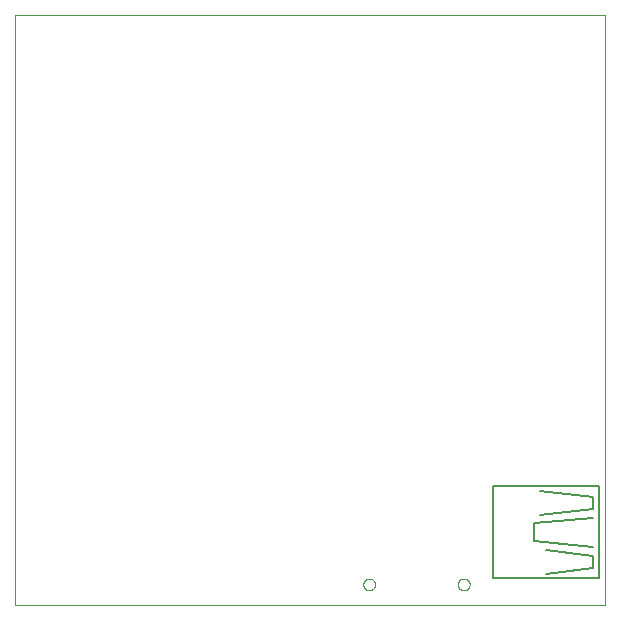
<source format=gbo>
G75*
%MOIN*%
%OFA0B0*%
%FSLAX25Y25*%
%IPPOS*%
%LPD*%
%AMOC8*
5,1,8,0,0,1.08239X$1,22.5*
%
%ADD10C,0.00000*%
%ADD11C,0.00500*%
D10*
X0005060Y0017235D02*
X0005060Y0214086D01*
X0201910Y0214086D01*
X0201910Y0017235D01*
X0005060Y0017235D01*
X0121241Y0024172D02*
X0121243Y0024260D01*
X0121249Y0024348D01*
X0121259Y0024436D01*
X0121273Y0024524D01*
X0121290Y0024610D01*
X0121312Y0024696D01*
X0121337Y0024780D01*
X0121367Y0024864D01*
X0121399Y0024946D01*
X0121436Y0025026D01*
X0121476Y0025105D01*
X0121520Y0025182D01*
X0121567Y0025257D01*
X0121617Y0025329D01*
X0121671Y0025400D01*
X0121727Y0025467D01*
X0121787Y0025533D01*
X0121849Y0025595D01*
X0121915Y0025655D01*
X0121982Y0025711D01*
X0122053Y0025765D01*
X0122125Y0025815D01*
X0122200Y0025862D01*
X0122277Y0025906D01*
X0122356Y0025946D01*
X0122436Y0025983D01*
X0122518Y0026015D01*
X0122602Y0026045D01*
X0122686Y0026070D01*
X0122772Y0026092D01*
X0122858Y0026109D01*
X0122946Y0026123D01*
X0123034Y0026133D01*
X0123122Y0026139D01*
X0123210Y0026141D01*
X0123298Y0026139D01*
X0123386Y0026133D01*
X0123474Y0026123D01*
X0123562Y0026109D01*
X0123648Y0026092D01*
X0123734Y0026070D01*
X0123818Y0026045D01*
X0123902Y0026015D01*
X0123984Y0025983D01*
X0124064Y0025946D01*
X0124143Y0025906D01*
X0124220Y0025862D01*
X0124295Y0025815D01*
X0124367Y0025765D01*
X0124438Y0025711D01*
X0124505Y0025655D01*
X0124571Y0025595D01*
X0124633Y0025533D01*
X0124693Y0025467D01*
X0124749Y0025400D01*
X0124803Y0025329D01*
X0124853Y0025257D01*
X0124900Y0025182D01*
X0124944Y0025105D01*
X0124984Y0025026D01*
X0125021Y0024946D01*
X0125053Y0024864D01*
X0125083Y0024780D01*
X0125108Y0024696D01*
X0125130Y0024610D01*
X0125147Y0024524D01*
X0125161Y0024436D01*
X0125171Y0024348D01*
X0125177Y0024260D01*
X0125179Y0024172D01*
X0125177Y0024084D01*
X0125171Y0023996D01*
X0125161Y0023908D01*
X0125147Y0023820D01*
X0125130Y0023734D01*
X0125108Y0023648D01*
X0125083Y0023564D01*
X0125053Y0023480D01*
X0125021Y0023398D01*
X0124984Y0023318D01*
X0124944Y0023239D01*
X0124900Y0023162D01*
X0124853Y0023087D01*
X0124803Y0023015D01*
X0124749Y0022944D01*
X0124693Y0022877D01*
X0124633Y0022811D01*
X0124571Y0022749D01*
X0124505Y0022689D01*
X0124438Y0022633D01*
X0124367Y0022579D01*
X0124295Y0022529D01*
X0124220Y0022482D01*
X0124143Y0022438D01*
X0124064Y0022398D01*
X0123984Y0022361D01*
X0123902Y0022329D01*
X0123818Y0022299D01*
X0123734Y0022274D01*
X0123648Y0022252D01*
X0123562Y0022235D01*
X0123474Y0022221D01*
X0123386Y0022211D01*
X0123298Y0022205D01*
X0123210Y0022203D01*
X0123122Y0022205D01*
X0123034Y0022211D01*
X0122946Y0022221D01*
X0122858Y0022235D01*
X0122772Y0022252D01*
X0122686Y0022274D01*
X0122602Y0022299D01*
X0122518Y0022329D01*
X0122436Y0022361D01*
X0122356Y0022398D01*
X0122277Y0022438D01*
X0122200Y0022482D01*
X0122125Y0022529D01*
X0122053Y0022579D01*
X0121982Y0022633D01*
X0121915Y0022689D01*
X0121849Y0022749D01*
X0121787Y0022811D01*
X0121727Y0022877D01*
X0121671Y0022944D01*
X0121617Y0023015D01*
X0121567Y0023087D01*
X0121520Y0023162D01*
X0121476Y0023239D01*
X0121436Y0023318D01*
X0121399Y0023398D01*
X0121367Y0023480D01*
X0121337Y0023564D01*
X0121312Y0023648D01*
X0121290Y0023734D01*
X0121273Y0023820D01*
X0121259Y0023908D01*
X0121249Y0023996D01*
X0121243Y0024084D01*
X0121241Y0024172D01*
X0152737Y0024172D02*
X0152739Y0024260D01*
X0152745Y0024348D01*
X0152755Y0024436D01*
X0152769Y0024524D01*
X0152786Y0024610D01*
X0152808Y0024696D01*
X0152833Y0024780D01*
X0152863Y0024864D01*
X0152895Y0024946D01*
X0152932Y0025026D01*
X0152972Y0025105D01*
X0153016Y0025182D01*
X0153063Y0025257D01*
X0153113Y0025329D01*
X0153167Y0025400D01*
X0153223Y0025467D01*
X0153283Y0025533D01*
X0153345Y0025595D01*
X0153411Y0025655D01*
X0153478Y0025711D01*
X0153549Y0025765D01*
X0153621Y0025815D01*
X0153696Y0025862D01*
X0153773Y0025906D01*
X0153852Y0025946D01*
X0153932Y0025983D01*
X0154014Y0026015D01*
X0154098Y0026045D01*
X0154182Y0026070D01*
X0154268Y0026092D01*
X0154354Y0026109D01*
X0154442Y0026123D01*
X0154530Y0026133D01*
X0154618Y0026139D01*
X0154706Y0026141D01*
X0154794Y0026139D01*
X0154882Y0026133D01*
X0154970Y0026123D01*
X0155058Y0026109D01*
X0155144Y0026092D01*
X0155230Y0026070D01*
X0155314Y0026045D01*
X0155398Y0026015D01*
X0155480Y0025983D01*
X0155560Y0025946D01*
X0155639Y0025906D01*
X0155716Y0025862D01*
X0155791Y0025815D01*
X0155863Y0025765D01*
X0155934Y0025711D01*
X0156001Y0025655D01*
X0156067Y0025595D01*
X0156129Y0025533D01*
X0156189Y0025467D01*
X0156245Y0025400D01*
X0156299Y0025329D01*
X0156349Y0025257D01*
X0156396Y0025182D01*
X0156440Y0025105D01*
X0156480Y0025026D01*
X0156517Y0024946D01*
X0156549Y0024864D01*
X0156579Y0024780D01*
X0156604Y0024696D01*
X0156626Y0024610D01*
X0156643Y0024524D01*
X0156657Y0024436D01*
X0156667Y0024348D01*
X0156673Y0024260D01*
X0156675Y0024172D01*
X0156673Y0024084D01*
X0156667Y0023996D01*
X0156657Y0023908D01*
X0156643Y0023820D01*
X0156626Y0023734D01*
X0156604Y0023648D01*
X0156579Y0023564D01*
X0156549Y0023480D01*
X0156517Y0023398D01*
X0156480Y0023318D01*
X0156440Y0023239D01*
X0156396Y0023162D01*
X0156349Y0023087D01*
X0156299Y0023015D01*
X0156245Y0022944D01*
X0156189Y0022877D01*
X0156129Y0022811D01*
X0156067Y0022749D01*
X0156001Y0022689D01*
X0155934Y0022633D01*
X0155863Y0022579D01*
X0155791Y0022529D01*
X0155716Y0022482D01*
X0155639Y0022438D01*
X0155560Y0022398D01*
X0155480Y0022361D01*
X0155398Y0022329D01*
X0155314Y0022299D01*
X0155230Y0022274D01*
X0155144Y0022252D01*
X0155058Y0022235D01*
X0154970Y0022221D01*
X0154882Y0022211D01*
X0154794Y0022205D01*
X0154706Y0022203D01*
X0154618Y0022205D01*
X0154530Y0022211D01*
X0154442Y0022221D01*
X0154354Y0022235D01*
X0154268Y0022252D01*
X0154182Y0022274D01*
X0154098Y0022299D01*
X0154014Y0022329D01*
X0153932Y0022361D01*
X0153852Y0022398D01*
X0153773Y0022438D01*
X0153696Y0022482D01*
X0153621Y0022529D01*
X0153549Y0022579D01*
X0153478Y0022633D01*
X0153411Y0022689D01*
X0153345Y0022749D01*
X0153283Y0022811D01*
X0153223Y0022877D01*
X0153167Y0022944D01*
X0153113Y0023015D01*
X0153063Y0023087D01*
X0153016Y0023162D01*
X0152972Y0023239D01*
X0152932Y0023318D01*
X0152895Y0023398D01*
X0152863Y0023480D01*
X0152833Y0023564D01*
X0152808Y0023648D01*
X0152786Y0023734D01*
X0152769Y0023820D01*
X0152755Y0023908D01*
X0152745Y0023996D01*
X0152739Y0024084D01*
X0152737Y0024172D01*
D11*
X0164379Y0026188D02*
X0199812Y0026188D01*
X0199812Y0056897D01*
X0164379Y0056897D01*
X0164379Y0026188D01*
X0178158Y0038590D02*
X0178158Y0044495D01*
X0197843Y0046464D01*
X0197843Y0049416D02*
X0180127Y0047448D01*
X0180127Y0055322D02*
X0197843Y0053353D01*
X0197843Y0049416D01*
X0197843Y0036621D02*
X0178158Y0038590D01*
X0182095Y0035637D02*
X0197843Y0033668D01*
X0197843Y0029731D01*
X0182095Y0027763D01*
M02*

</source>
